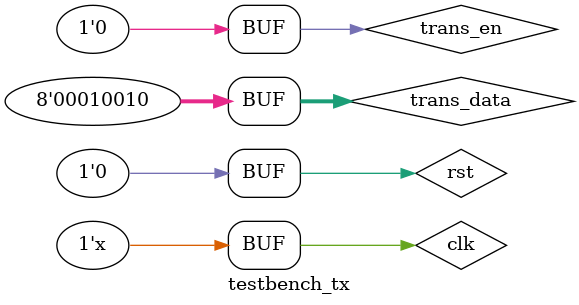
<source format=v>
module testbench_tx();
  // Declaring input and output signals
  reg clk, rst, trans_en;
  reg [7:0] trans_data;
  wire trans_busy;
  wire txd;

  // Instantiating the MUT
  tx MUT (
    .clk(clk),
    .rst(rst),
    .trans_data(trans_data),
    .trans_en(trans_en),
    .trans_busy(trans_busy),
    .txd(txd)
  );

  // Initializing input signals and registers
  initial begin
    clk = 0;
    rst = 1;
    trans_en = 0;
    trans_data = 0;
    #10
    rst = 0;
  end

  // Applying stimuli to the MUT in order to observe the changes
  always begin
    #5 clk = ~clk;
  end

  // Printing input and output signals
  initial begin
    $monitor("trans_data=%d trans_en=%d txd=%d trans_busy=%d", trans_data, trans_en, txd, trans_busy);
  end

  // Test case 1
 //  Transmitting a single data word
  initial begin
    trans_en = 1;
    trans_data = 8'h12;
    #100;
    trans_en = 0;
  end

  // Test case 2
  // Transmitting multiple data words
  initial begin
    #100;
    trans_en = 1;
    trans_data = 8'h34;
    #100;
    trans_data = 8'h87;
    #50;
    trans_en = 0;
  end
endmodule



</source>
